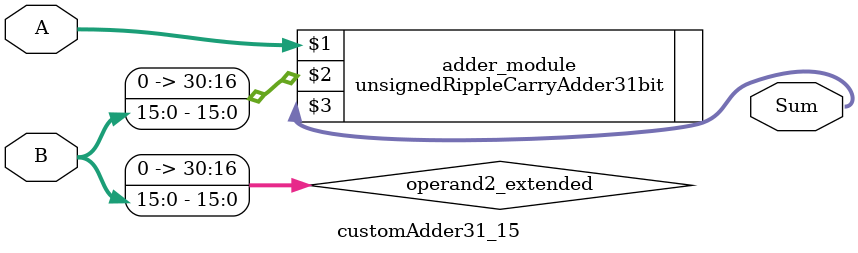
<source format=v>

module customAdder31_15(
                    input [30 : 0] A,
                    input [15 : 0] B,
                    
                    output [31 : 0] Sum
            );

    wire [30 : 0] operand2_extended;
    
    assign operand2_extended =  {15'b0, B};
    
    unsignedRippleCarryAdder31bit adder_module(
        A,
        operand2_extended,
        Sum
    );
    
endmodule
        
</source>
